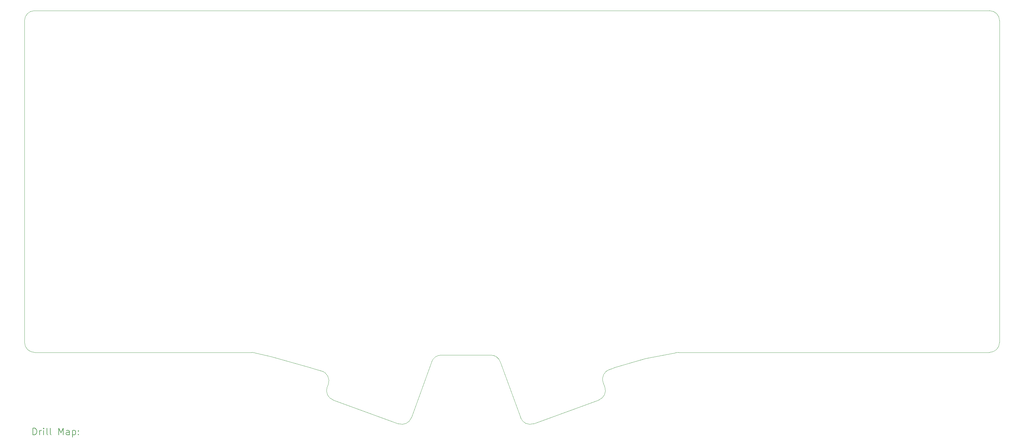
<source format=gbr>
%TF.GenerationSoftware,KiCad,Pcbnew,(6.0.7-1)-1*%
%TF.CreationDate,2022-08-16T19:50:39+02:00*%
%TF.ProjectId,switch-plate,73776974-6368-42d7-906c-6174652e6b69,rev?*%
%TF.SameCoordinates,Original*%
%TF.FileFunction,Drillmap*%
%TF.FilePolarity,Positive*%
%FSLAX45Y45*%
G04 Gerber Fmt 4.5, Leading zero omitted, Abs format (unit mm)*
G04 Created by KiCad (PCBNEW (6.0.7-1)-1) date 2022-08-16 19:50:39*
%MOMM*%
%LPD*%
G01*
G04 APERTURE LIST*
%ADD10C,0.100000*%
%ADD11C,0.200000*%
G04 APERTURE END LIST*
D10*
X18282110Y-9397703D02*
X19195309Y-9135848D01*
X9770366Y-10382641D02*
X11743720Y-11100883D01*
X775000Y1350000D02*
G75*
G03*
X475000Y1050000I0J-300000D01*
G01*
X775000Y1350000D02*
X29550000Y1350000D01*
X29850000Y1050000D02*
G75*
G03*
X29550000Y1350000I-300000J0D01*
G01*
X29550000Y-8950000D02*
G75*
G03*
X29850000Y-8650000I0J300000D01*
G01*
X475000Y1050000D02*
X475000Y-2550000D01*
X17779634Y-10382641D02*
X15806280Y-11100883D01*
X9030390Y-9397703D02*
X9426049Y-9513173D01*
X11743721Y-11100881D02*
G75*
G03*
X12128234Y-10921581I102609J281901D01*
G01*
X9591059Y-9998125D02*
G75*
G03*
X9770366Y-10382641I281911J-102605D01*
G01*
X20175000Y-8950000D02*
G75*
G03*
X20092309Y-8961622I0J-300000D01*
G01*
X475000Y-8650000D02*
G75*
G03*
X775000Y-8950000I300000J0D01*
G01*
X19195309Y-9135848D02*
X20092309Y-8961622D01*
X18106851Y-9466193D02*
G75*
G03*
X17907633Y-9857173I82689J-288377D01*
G01*
X775000Y-8950000D02*
X7325000Y-8950000D01*
X13025778Y-9032741D02*
X14524222Y-9032741D01*
X475000Y-2550000D02*
X475000Y-8650000D01*
X17779633Y-10382636D02*
G75*
G03*
X17958936Y-9998127I-102603J281906D01*
G01*
X9591064Y-9998127D02*
X9625266Y-9904158D01*
X13025778Y-9032739D02*
G75*
G03*
X12743870Y-9230135I2J-300002D01*
G01*
X15421766Y-10921581D02*
X14806130Y-9230135D01*
X12128234Y-10921581D02*
X12743870Y-9230135D01*
X9625265Y-9904157D02*
G75*
G03*
X9426049Y-9513173I-281905J102607D01*
G01*
X7407691Y-8961622D02*
X7888891Y-9070384D01*
X18106850Y-9466189D02*
X18282110Y-9397703D01*
X14806128Y-9230135D02*
G75*
G03*
X14524222Y-9032741I-281908J-102605D01*
G01*
X15421764Y-10921582D02*
G75*
G03*
X15806280Y-11100883I281906J102602D01*
G01*
X29850000Y-8650000D02*
X29850000Y1050000D01*
X20175000Y-8950000D02*
X29550000Y-8950000D01*
X7888891Y-9070384D02*
X9030390Y-9397703D01*
X17958936Y-9998127D02*
X17907633Y-9857173D01*
X7407691Y-8961622D02*
G75*
G03*
X7325000Y-8950000I-82691J-288379D01*
G01*
D11*
X727619Y-11434453D02*
X727619Y-11234453D01*
X775238Y-11234453D01*
X803809Y-11243977D01*
X822857Y-11263024D01*
X832381Y-11282072D01*
X841905Y-11320167D01*
X841905Y-11348739D01*
X832381Y-11386834D01*
X822857Y-11405881D01*
X803809Y-11424929D01*
X775238Y-11434453D01*
X727619Y-11434453D01*
X927619Y-11434453D02*
X927619Y-11301120D01*
X927619Y-11339215D02*
X937143Y-11320167D01*
X946667Y-11310643D01*
X965714Y-11301120D01*
X984762Y-11301120D01*
X1051429Y-11434453D02*
X1051429Y-11301120D01*
X1051429Y-11234453D02*
X1041905Y-11243977D01*
X1051429Y-11253501D01*
X1060952Y-11243977D01*
X1051429Y-11234453D01*
X1051429Y-11253501D01*
X1175238Y-11434453D02*
X1156190Y-11424929D01*
X1146667Y-11405881D01*
X1146667Y-11234453D01*
X1280000Y-11434453D02*
X1260952Y-11424929D01*
X1251429Y-11405881D01*
X1251429Y-11234453D01*
X1508571Y-11434453D02*
X1508571Y-11234453D01*
X1575238Y-11377310D01*
X1641905Y-11234453D01*
X1641905Y-11434453D01*
X1822857Y-11434453D02*
X1822857Y-11329691D01*
X1813333Y-11310643D01*
X1794286Y-11301120D01*
X1756190Y-11301120D01*
X1737143Y-11310643D01*
X1822857Y-11424929D02*
X1803809Y-11434453D01*
X1756190Y-11434453D01*
X1737143Y-11424929D01*
X1727619Y-11405881D01*
X1727619Y-11386834D01*
X1737143Y-11367786D01*
X1756190Y-11358262D01*
X1803809Y-11358262D01*
X1822857Y-11348739D01*
X1918095Y-11301120D02*
X1918095Y-11501120D01*
X1918095Y-11310643D02*
X1937143Y-11301120D01*
X1975238Y-11301120D01*
X1994286Y-11310643D01*
X2003809Y-11320167D01*
X2013333Y-11339215D01*
X2013333Y-11396358D01*
X2003809Y-11415405D01*
X1994286Y-11424929D01*
X1975238Y-11434453D01*
X1937143Y-11434453D01*
X1918095Y-11424929D01*
X2099048Y-11415405D02*
X2108571Y-11424929D01*
X2099048Y-11434453D01*
X2089524Y-11424929D01*
X2099048Y-11415405D01*
X2099048Y-11434453D01*
X2099048Y-11310643D02*
X2108571Y-11320167D01*
X2099048Y-11329691D01*
X2089524Y-11320167D01*
X2099048Y-11310643D01*
X2099048Y-11329691D01*
M02*

</source>
